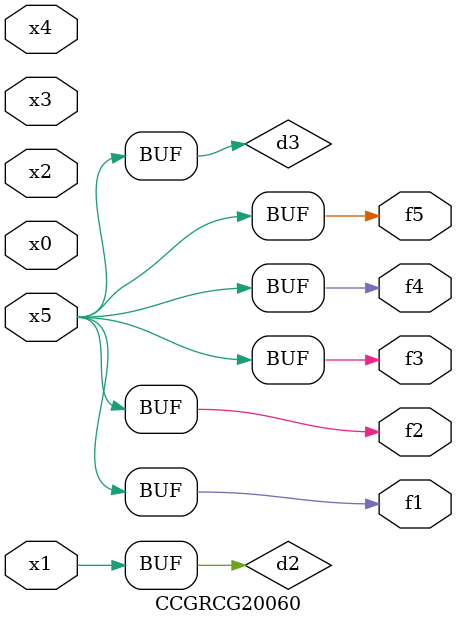
<source format=v>
module CCGRCG20060(
	input x0, x1, x2, x3, x4, x5,
	output f1, f2, f3, f4, f5
);

	wire d1, d2, d3;

	not (d1, x5);
	or (d2, x1);
	xnor (d3, d1);
	assign f1 = d3;
	assign f2 = d3;
	assign f3 = d3;
	assign f4 = d3;
	assign f5 = d3;
endmodule

</source>
